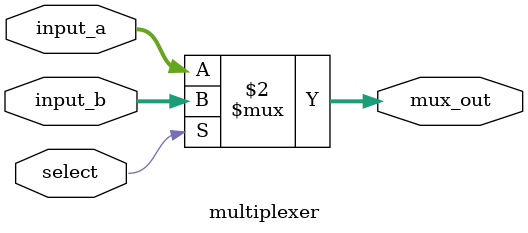
<source format=v>
`timescale 1ns / 1ps

module multiplexer(
    input [31:0] input_a,
    input [31:0] input_b,
    input select,
    output [31:0] mux_out
);

    assign mux_out = select == 0 ? input_a : input_b;

endmodule
</source>
